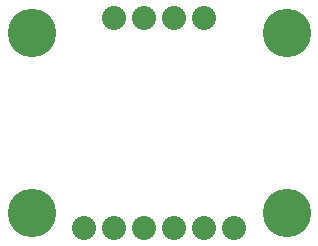
<source format=gbr>
G04 EAGLE Gerber RS-274X export*
G75*
%MOMM*%
%FSLAX34Y34*%
%LPD*%
%INSoldermask Bottom*%
%IPPOS*%
%AMOC8*
5,1,8,0,0,1.08239X$1,22.5*%
G01*
%ADD10C,4.101600*%
%ADD11C,2.032000*%


D10*
X25400Y177800D03*
X25400Y25400D03*
D11*
X69850Y12700D03*
X95250Y12700D03*
X120650Y12700D03*
X146050Y12700D03*
X171450Y12700D03*
X196850Y12700D03*
X95250Y190500D03*
X120650Y190500D03*
X146050Y190500D03*
X171450Y190500D03*
D10*
X241300Y177800D03*
X241300Y25400D03*
M02*

</source>
